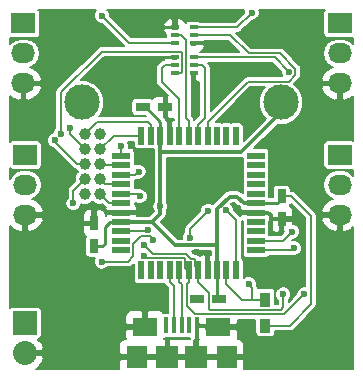
<source format=gtl>
G04 #@! TF.FileFunction,Copper,L1,Top,Signal*
%FSLAX46Y46*%
G04 Gerber Fmt 4.6, Leading zero omitted, Abs format (unit mm)*
G04 Created by KiCad (PCBNEW 4.0.2+dfsg1-stable) date Sat 12 Nov 2016 15:30:03 AEDT*
%MOMM*%
G01*
G04 APERTURE LIST*
%ADD10C,0.100000*%
%ADD11C,0.600000*%
%ADD12R,2.032000X1.727200*%
%ADD13O,2.032000X1.727200*%
%ADD14R,2.032000X2.032000*%
%ADD15O,2.032000X2.032000*%
%ADD16R,0.750000X1.200000*%
%ADD17R,1.200000X0.750000*%
%ADD18R,0.900000X1.200000*%
%ADD19R,0.550000X1.500000*%
%ADD20R,1.500000X0.550000*%
%ADD21R,0.700000X0.300000*%
%ADD22C,3.000000*%
%ADD23R,1.900000X1.900000*%
%ADD24R,1.800000X1.900000*%
%ADD25R,0.400000X1.350000*%
%ADD26R,2.100000X1.600000*%
%ADD27C,1.000000*%
%ADD28C,0.203200*%
%ADD29C,0.304800*%
%ADD30C,0.254000*%
G04 APERTURE END LIST*
D10*
D11*
X198600000Y-104500000D03*
X200950000Y-108550000D03*
X206350000Y-99010000D03*
X210390000Y-101190000D03*
X206660000Y-102190000D03*
X208800000Y-112960000D03*
X205010000Y-102370000D03*
X205270000Y-116690000D03*
X205298000Y-120650000D03*
X197000000Y-106800000D03*
X210250000Y-98230000D03*
X191200000Y-105750000D03*
X209800000Y-103700000D03*
X201200000Y-97150000D03*
X197450000Y-98250000D03*
X197100000Y-125700000D03*
X202350000Y-121200000D03*
X217650000Y-118000000D03*
X201200000Y-101600000D03*
X213750000Y-106700000D03*
X212150000Y-125320000D03*
X193950000Y-115650000D03*
X204650000Y-110050000D03*
D12*
X190750000Y-108450000D03*
D13*
X190750000Y-110990000D03*
X190750000Y-113530000D03*
D14*
X190754000Y-122682000D03*
D15*
X190754000Y-125222000D03*
D16*
X196596000Y-114239000D03*
X196596000Y-116139000D03*
D17*
X202626000Y-104394000D03*
X200726000Y-104394000D03*
X205298000Y-120650000D03*
X207198000Y-120650000D03*
D16*
X212471000Y-113853000D03*
X212471000Y-111953000D03*
D12*
X190600000Y-97300000D03*
D13*
X190600000Y-99840000D03*
X190600000Y-102380000D03*
D12*
X217400000Y-97300000D03*
D13*
X217400000Y-99840000D03*
X217400000Y-102380000D03*
D18*
X211074000Y-122893000D03*
X211074000Y-120693000D03*
D19*
X208597000Y-106822000D03*
X207797000Y-106822000D03*
X206997000Y-106822000D03*
X206197000Y-106822000D03*
X205397000Y-106822000D03*
X204597000Y-106822000D03*
X203797000Y-106822000D03*
X202997000Y-106822000D03*
X202197000Y-106822000D03*
X201397000Y-106822000D03*
X200597000Y-106822000D03*
D20*
X198897000Y-108522000D03*
X198897000Y-109322000D03*
X198897000Y-110122000D03*
X198897000Y-110922000D03*
X198897000Y-111722000D03*
X198897000Y-112522000D03*
X198897000Y-113322000D03*
X198897000Y-114122000D03*
X198897000Y-114922000D03*
X198897000Y-115722000D03*
X198897000Y-116522000D03*
D19*
X200597000Y-118222000D03*
X201397000Y-118222000D03*
X202197000Y-118222000D03*
X202997000Y-118222000D03*
X203797000Y-118222000D03*
X204597000Y-118222000D03*
X205397000Y-118222000D03*
X206197000Y-118222000D03*
X206997000Y-118222000D03*
X207797000Y-118222000D03*
X208597000Y-118222000D03*
D20*
X210297000Y-116522000D03*
X210297000Y-115722000D03*
X210297000Y-114922000D03*
X210297000Y-114122000D03*
X210297000Y-113322000D03*
X210297000Y-112522000D03*
X210297000Y-111722000D03*
X210297000Y-110922000D03*
X210297000Y-110122000D03*
X210297000Y-109322000D03*
X210297000Y-108522000D03*
D21*
X203416000Y-98298000D03*
X205016000Y-98298000D03*
X205016000Y-97648000D03*
X203416000Y-97648000D03*
X205016000Y-98948000D03*
X203416000Y-98948000D03*
X203416000Y-100838000D03*
X205016000Y-100838000D03*
X205016000Y-100188000D03*
X203416000Y-100188000D03*
X205016000Y-101488000D03*
X203416000Y-101488000D03*
D11*
X207700000Y-110300000D03*
D12*
X217400000Y-108450000D03*
D13*
X217400000Y-110990000D03*
X217400000Y-113530000D03*
D22*
X195565000Y-104000000D03*
X212435000Y-104000000D03*
D23*
X202800000Y-125550000D03*
X205200000Y-125550000D03*
D24*
X200200000Y-125550000D03*
X207800000Y-125550000D03*
D25*
X205300000Y-122875000D03*
X202700000Y-122875000D03*
X204650000Y-122875000D03*
X203350000Y-122875000D03*
X204000000Y-122875000D03*
D26*
X207100000Y-123000000D03*
X200900000Y-123000000D03*
D27*
X195834000Y-111760000D03*
X195834000Y-110490000D03*
X195834000Y-109220000D03*
X195834000Y-107950000D03*
X195834000Y-106680000D03*
X197104000Y-111760000D03*
X197104000Y-110490000D03*
X197104000Y-109220000D03*
X197104000Y-107950000D03*
X197104000Y-106680000D03*
D11*
X202197000Y-112776000D03*
X195834000Y-111760000D03*
X213487000Y-116332000D03*
X213360000Y-114935000D03*
X194564000Y-106172000D03*
X198882000Y-107696000D03*
X193252696Y-107214294D03*
X200350000Y-109850000D03*
X200450000Y-111950000D03*
X194835816Y-112539816D03*
X201588024Y-115616638D03*
X204724000Y-115473190D03*
X197231000Y-117475000D03*
X206248000Y-113157000D03*
X207755165Y-113140165D03*
X197231000Y-96647000D03*
X209931000Y-96393000D03*
X193802000Y-106680000D03*
X213080000Y-101400000D03*
X200850000Y-117000000D03*
X214400000Y-120250000D03*
X200850000Y-116100000D03*
X212600000Y-120250000D03*
X209677000Y-119380000D03*
X201168000Y-114762629D03*
D28*
X203416000Y-100188000D02*
X202612000Y-100188000D01*
X202612000Y-100188000D02*
X201200000Y-101600000D01*
D29*
X211590000Y-113560200D02*
X211590000Y-113860000D01*
X211784200Y-113860000D02*
X211590000Y-113860000D01*
X211590000Y-113860000D02*
X211590000Y-115030000D01*
X212471000Y-113853000D02*
X211791200Y-113853000D01*
X211791200Y-113853000D02*
X211784200Y-113860000D01*
X210297000Y-113322000D02*
X211351800Y-113322000D01*
X211351800Y-113322000D02*
X211590000Y-113560200D01*
D28*
X211074000Y-122893000D02*
X213143908Y-122893000D01*
X213143908Y-122893000D02*
X214954001Y-121082907D01*
X214954001Y-121082907D02*
X214954001Y-113608001D01*
X214954001Y-113608001D02*
X213299000Y-111953000D01*
X213299000Y-111953000D02*
X212471000Y-111953000D01*
D29*
X208690200Y-111970000D02*
X208070000Y-111970000D01*
X208070000Y-111970000D02*
X206997000Y-113043000D01*
X210297000Y-112522000D02*
X209242200Y-112522000D01*
X209242200Y-112522000D02*
X208690200Y-111970000D01*
X206997000Y-116078000D02*
X206997000Y-113043000D01*
D30*
X197485000Y-115951000D02*
X197297000Y-116139000D01*
X197297000Y-116139000D02*
X196596000Y-116139000D01*
X197485000Y-114530000D02*
X197485000Y-115951000D01*
X198897000Y-114122000D02*
X197893000Y-114122000D01*
X197893000Y-114122000D02*
X197485000Y-114530000D01*
D29*
X202197000Y-111252000D02*
X202197000Y-112776000D01*
X202197000Y-112776000D02*
X202197000Y-113423000D01*
X202197000Y-108204000D02*
X202197000Y-111252000D01*
X202197000Y-106822000D02*
X202197000Y-108204000D01*
X212435000Y-104000000D02*
X212435000Y-104810358D01*
X212435000Y-104810358D02*
X209041358Y-108204000D01*
X209041358Y-108204000D02*
X202197000Y-108204000D01*
X202197000Y-113423000D02*
X201498000Y-114122000D01*
X203454000Y-116078000D02*
X201498000Y-114122000D01*
X201498000Y-114122000D02*
X198897000Y-114122000D01*
X206997000Y-116078000D02*
X206997000Y-117167200D01*
X206997000Y-116078000D02*
X203454000Y-116078000D01*
X206997000Y-117167200D02*
X206997000Y-118222000D01*
D30*
X202197000Y-106822000D02*
X202197000Y-105640000D01*
X200951000Y-104394000D02*
X200726000Y-104394000D01*
X202197000Y-105640000D02*
X200951000Y-104394000D01*
X212471000Y-111953000D02*
X212471000Y-112141000D01*
X212471000Y-112141000D02*
X212090000Y-112522000D01*
X210297000Y-112522000D02*
X212090000Y-112522000D01*
X206997000Y-118222000D02*
X206997000Y-120449000D01*
X206997000Y-120449000D02*
X207198000Y-120650000D01*
D28*
X210297000Y-116522000D02*
X213297000Y-116522000D01*
X213297000Y-116522000D02*
X213487000Y-116332000D01*
X213360000Y-114935000D02*
X212573000Y-115722000D01*
X212573000Y-115722000D02*
X210297000Y-115722000D01*
X201397000Y-106822000D02*
X201397000Y-105868800D01*
X201397000Y-105868800D02*
X201192200Y-105664000D01*
X201192200Y-105664000D02*
X196850000Y-105664000D01*
X196850000Y-105664000D02*
X196333999Y-106180001D01*
X196333999Y-106180001D02*
X195834000Y-106680000D01*
X200597000Y-106822000D02*
X198232000Y-106822000D01*
X198232000Y-106822000D02*
X197104000Y-107950000D01*
X194564000Y-106172000D02*
X194564000Y-106680000D01*
X194564000Y-106680000D02*
X195834000Y-107950000D01*
X198897000Y-108522000D02*
X198897000Y-107711000D01*
X198897000Y-107711000D02*
X198882000Y-107696000D01*
X198897000Y-109322000D02*
X197206000Y-109322000D01*
X197206000Y-109322000D02*
X197104000Y-109220000D01*
X198897000Y-110122000D02*
X200078000Y-110122000D01*
X200078000Y-110122000D02*
X200350000Y-109850000D01*
X195834000Y-109220000D02*
X195126894Y-109220000D01*
X195126894Y-109220000D02*
X193252696Y-107345802D01*
X193252696Y-107345802D02*
X193252696Y-107214294D01*
X198897000Y-110922000D02*
X197536000Y-110922000D01*
X197536000Y-110922000D02*
X197104000Y-110490000D01*
X198897000Y-111722000D02*
X200222000Y-111722000D01*
X200222000Y-111722000D02*
X200450000Y-111950000D01*
X194835816Y-112539816D02*
X194835816Y-111488184D01*
X194835816Y-111488184D02*
X195834000Y-110490000D01*
X198897000Y-112522000D02*
X197866000Y-112522000D01*
X197866000Y-112522000D02*
X197104000Y-111760000D01*
X197231000Y-117475000D02*
X199426202Y-117475000D01*
X199426202Y-117475000D02*
X199901001Y-117000201D01*
X199901001Y-117000201D02*
X199901001Y-115947999D01*
X199901001Y-115947999D02*
X200532361Y-115316639D01*
X200532361Y-115316639D02*
X201288025Y-115316639D01*
X201288025Y-115316639D02*
X201588024Y-115616638D01*
X204851000Y-114554000D02*
X204724000Y-114681000D01*
X204724000Y-114681000D02*
X204724000Y-115473190D01*
X205486000Y-113919000D02*
X204851000Y-114554000D01*
X206248000Y-113157000D02*
X205486000Y-113919000D01*
X208597000Y-118222000D02*
X208597000Y-113982000D01*
X208597000Y-113982000D02*
X207755165Y-113140165D01*
X203416000Y-98948000D02*
X199532000Y-98948000D01*
X199532000Y-98948000D02*
X197231000Y-96647000D01*
X205016000Y-97648000D02*
X208676000Y-97648000D01*
X208676000Y-97648000D02*
X209931000Y-96393000D01*
X203416000Y-101488000D02*
X203969200Y-101488000D01*
X203969200Y-101488000D02*
X204020001Y-101437199D01*
X204020001Y-101437199D02*
X204020001Y-99753001D01*
X204020001Y-99753001D02*
X203962000Y-99695000D01*
X203962000Y-99695000D02*
X197231000Y-99695000D01*
X197231000Y-99695000D02*
X193802000Y-103124000D01*
X193802000Y-103124000D02*
X193802000Y-106680000D01*
X193802000Y-106426000D02*
X193802000Y-106680000D01*
X205016000Y-100188000D02*
X211868000Y-100188000D01*
X211868000Y-100188000D02*
X213080000Y-101400000D01*
X204597000Y-118222000D02*
X204572000Y-118222000D01*
X204572000Y-118222000D02*
X204326001Y-117976001D01*
X204326001Y-117976001D02*
X204326001Y-117268799D01*
X204326001Y-117268799D02*
X204257202Y-117200000D01*
X204257202Y-117200000D02*
X201050000Y-117200000D01*
X201050000Y-117200000D02*
X200850000Y-117000000D01*
X205161797Y-121945999D02*
X212704001Y-121945999D01*
X212704001Y-121945999D02*
X214400000Y-120250000D01*
X204443999Y-121228201D02*
X205161797Y-121945999D01*
X204443999Y-119328201D02*
X204443999Y-121228201D01*
X204597000Y-118222000D02*
X204597000Y-119175200D01*
X204597000Y-119175200D02*
X204443999Y-119328201D01*
X205075201Y-117217999D02*
X204778109Y-117217999D01*
X204778109Y-117217999D02*
X204404500Y-116844390D01*
X204404500Y-116844390D02*
X201594390Y-116844390D01*
X201594390Y-116844390D02*
X200850000Y-116100000D01*
X205126001Y-117500000D02*
X205126001Y-117268799D01*
X205126001Y-117268799D02*
X205075201Y-117217999D01*
X205126001Y-117650000D02*
X205126001Y-117500000D01*
X205126001Y-117826001D02*
X205126001Y-117650000D01*
X205397000Y-118222000D02*
X205397000Y-118097000D01*
X205397000Y-118097000D02*
X205126001Y-117826001D01*
X205397000Y-118222000D02*
X205397000Y-119175200D01*
X206343999Y-121507999D02*
X206383001Y-121547001D01*
X206383001Y-121547001D02*
X212402999Y-121547001D01*
X205397000Y-119175200D02*
X206343999Y-120122199D01*
X206343999Y-120122199D02*
X206343999Y-121507999D01*
X212402999Y-121547001D02*
X212600000Y-121350000D01*
X212600000Y-121350000D02*
X212600000Y-120250000D01*
X211074000Y-120693000D02*
X209931000Y-120693000D01*
X209931000Y-120693000D02*
X209085000Y-120693000D01*
X209677000Y-119380000D02*
X209976999Y-119679999D01*
X209976999Y-119679999D02*
X209976999Y-120647001D01*
X209976999Y-120647001D02*
X209931000Y-120693000D01*
X209085000Y-120693000D02*
X207797000Y-119405000D01*
X207797000Y-119405000D02*
X207797000Y-118222000D01*
X204470000Y-105410000D02*
X204597000Y-105537000D01*
X203416000Y-98298000D02*
X203969200Y-98298000D01*
X203969200Y-98298000D02*
X204375611Y-98704411D01*
X204375611Y-98704411D02*
X204375611Y-105315611D01*
X204375611Y-105315611D02*
X204470000Y-105410000D01*
X204597000Y-105537000D02*
X204597000Y-106822000D01*
X205016000Y-98298000D02*
X208128000Y-98298000D01*
X208128000Y-98298000D02*
X209662390Y-99832390D01*
X209624001Y-102245999D02*
X206197000Y-105673000D01*
X206197000Y-105673000D02*
X206197000Y-105868800D01*
X209662390Y-99832390D02*
X212332312Y-99832390D01*
X212332312Y-99832390D02*
X213634001Y-101134079D01*
X213634001Y-101134079D02*
X213634001Y-101665921D01*
X213634001Y-101665921D02*
X213053923Y-102245999D01*
X213053923Y-102245999D02*
X209624001Y-102245999D01*
X206197000Y-105868800D02*
X206197000Y-106822000D01*
X203416000Y-100838000D02*
X202552000Y-100838000D01*
X202552000Y-100838000D02*
X202300000Y-101090000D01*
X202300000Y-101090000D02*
X202300000Y-102224000D01*
X203797000Y-105868800D02*
X203797000Y-106822000D01*
X202300000Y-102224000D02*
X203797000Y-103721000D01*
X203797000Y-103721000D02*
X203797000Y-105868800D01*
X205016000Y-100838000D02*
X205740000Y-100838000D01*
X205740000Y-100838000D02*
X205994000Y-101092000D01*
X205994000Y-101092000D02*
X205994000Y-105271800D01*
X205994000Y-105271800D02*
X205397000Y-105868800D01*
X205397000Y-105868800D02*
X205397000Y-106822000D01*
X198897000Y-114922000D02*
X201008629Y-114922000D01*
X201008629Y-114922000D02*
X201168000Y-114762629D01*
X202997000Y-118222000D02*
X202997000Y-119175200D01*
X203350000Y-121996800D02*
X203350000Y-122875000D01*
X202997000Y-119175200D02*
X203350000Y-119528200D01*
X203350000Y-119528200D02*
X203350000Y-121996800D01*
X203797000Y-118222000D02*
X203797000Y-119175200D01*
X203797000Y-119175200D02*
X204000000Y-119378200D01*
X204000000Y-119378200D02*
X204000000Y-121996800D01*
X204000000Y-121996800D02*
X204000000Y-122875000D01*
G36*
X196654013Y-96260741D02*
X196550118Y-96510946D01*
X196549882Y-96781865D01*
X196653339Y-97032252D01*
X196844741Y-97223987D01*
X197094946Y-97327882D01*
X197229499Y-97327999D01*
X199113901Y-99212400D01*
X197231000Y-99212400D01*
X197046317Y-99249136D01*
X196889750Y-99353750D01*
X193460750Y-102782750D01*
X193356136Y-102939317D01*
X193319400Y-103124000D01*
X193319400Y-106199518D01*
X193225013Y-106293741D01*
X193125587Y-106533183D01*
X193117831Y-106533176D01*
X192867444Y-106636633D01*
X192675709Y-106828035D01*
X192571814Y-107078240D01*
X192571578Y-107349159D01*
X192675035Y-107599546D01*
X192866437Y-107791281D01*
X193116642Y-107895176D01*
X193119573Y-107895179D01*
X194785644Y-109561250D01*
X194942211Y-109665864D01*
X195075978Y-109692472D01*
X195086689Y-109718395D01*
X195223077Y-109855021D01*
X195087560Y-109990302D01*
X194953153Y-110313989D01*
X194952847Y-110664473D01*
X194959917Y-110681584D01*
X194494566Y-111146934D01*
X194389952Y-111303501D01*
X194353216Y-111488184D01*
X194353216Y-112059334D01*
X194258829Y-112153557D01*
X194154934Y-112403762D01*
X194154698Y-112674681D01*
X194258155Y-112925068D01*
X194449557Y-113116803D01*
X194699762Y-113220698D01*
X194970681Y-113220934D01*
X195221068Y-113117477D01*
X195412803Y-112926075D01*
X195516698Y-112675870D01*
X195516780Y-112582212D01*
X195657989Y-112640847D01*
X196008473Y-112641153D01*
X196332395Y-112507311D01*
X196469021Y-112370923D01*
X196604302Y-112506440D01*
X196927989Y-112640847D01*
X197278473Y-112641153D01*
X197295583Y-112634083D01*
X197524750Y-112863250D01*
X197554932Y-112883417D01*
X197537400Y-112925743D01*
X197537400Y-113032100D01*
X197689800Y-113184500D01*
X198142240Y-113184500D01*
X198147000Y-113185464D01*
X199647000Y-113185464D01*
X199652123Y-113184500D01*
X200104200Y-113184500D01*
X200256600Y-113032100D01*
X200256600Y-112925743D01*
X200163794Y-112701689D01*
X200035464Y-112573359D01*
X200035464Y-112498661D01*
X200063741Y-112526987D01*
X200313946Y-112630882D01*
X200584865Y-112631118D01*
X200835252Y-112527661D01*
X201026987Y-112336259D01*
X201130882Y-112086054D01*
X201131118Y-111815135D01*
X201027661Y-111564748D01*
X200836259Y-111373013D01*
X200586054Y-111269118D01*
X200370457Y-111268930D01*
X200222000Y-111239400D01*
X200026878Y-111239400D01*
X200035464Y-111197000D01*
X200035464Y-110647000D01*
X200027486Y-110604600D01*
X200078000Y-110604600D01*
X200262683Y-110567864D01*
X200317895Y-110530973D01*
X200484865Y-110531118D01*
X200735252Y-110427661D01*
X200926987Y-110236259D01*
X201030882Y-109986054D01*
X201031118Y-109715135D01*
X200927661Y-109464748D01*
X200736259Y-109273013D01*
X200486054Y-109169118D01*
X200215135Y-109168882D01*
X200035464Y-109243120D01*
X200035464Y-109047000D01*
X200011080Y-108917412D01*
X200035464Y-108797000D01*
X200035464Y-108247000D01*
X200008897Y-108105810D01*
X199925454Y-107976135D01*
X199798134Y-107889141D01*
X199647000Y-107858536D01*
X199551886Y-107858536D01*
X199562882Y-107832054D01*
X199563118Y-107561135D01*
X199459661Y-107310748D01*
X199453524Y-107304600D01*
X199933536Y-107304600D01*
X199933536Y-107572000D01*
X199960103Y-107713190D01*
X200043546Y-107842865D01*
X200170866Y-107929859D01*
X200322000Y-107960464D01*
X200872000Y-107960464D01*
X201001588Y-107936080D01*
X201122000Y-107960464D01*
X201663600Y-107960464D01*
X201663600Y-112346230D01*
X201620013Y-112389741D01*
X201516118Y-112639946D01*
X201515882Y-112910865D01*
X201619339Y-113161252D01*
X201661836Y-113203822D01*
X201277058Y-113588600D01*
X200233300Y-113588600D01*
X200104200Y-113459500D01*
X199651760Y-113459500D01*
X199647000Y-113458536D01*
X198147000Y-113458536D01*
X198141877Y-113459500D01*
X197689800Y-113459500D01*
X197580600Y-113568700D01*
X197580600Y-113517743D01*
X197487794Y-113293689D01*
X197316311Y-113122206D01*
X197092257Y-113029400D01*
X196900800Y-113029400D01*
X196748400Y-113181800D01*
X196748400Y-114086600D01*
X196768400Y-114086600D01*
X196768400Y-114391400D01*
X196748400Y-114391400D01*
X196748400Y-114411400D01*
X196443600Y-114411400D01*
X196443600Y-114391400D01*
X195763800Y-114391400D01*
X195611400Y-114543800D01*
X195611400Y-114960257D01*
X195704206Y-115184311D01*
X195875689Y-115355794D01*
X195882989Y-115358818D01*
X195863141Y-115387866D01*
X195832536Y-115539000D01*
X195832536Y-116739000D01*
X195859103Y-116880190D01*
X195942546Y-117009865D01*
X196069866Y-117096859D01*
X196221000Y-117127464D01*
X196637934Y-117127464D01*
X196550118Y-117338946D01*
X196549882Y-117609865D01*
X196653339Y-117860252D01*
X196844741Y-118051987D01*
X197094946Y-118155882D01*
X197365865Y-118156118D01*
X197616252Y-118052661D01*
X197711478Y-117957600D01*
X199426202Y-117957600D01*
X199610885Y-117920864D01*
X199767452Y-117816250D01*
X199933536Y-117650166D01*
X199933536Y-118972000D01*
X199960103Y-119113190D01*
X200043546Y-119242865D01*
X200170866Y-119329859D01*
X200322000Y-119360464D01*
X200872000Y-119360464D01*
X201001588Y-119336080D01*
X201122000Y-119360464D01*
X201672000Y-119360464D01*
X201801588Y-119336080D01*
X201922000Y-119360464D01*
X202472000Y-119360464D01*
X202548392Y-119346090D01*
X202551136Y-119359883D01*
X202655750Y-119516450D01*
X202867400Y-119728099D01*
X202867400Y-121811536D01*
X202500000Y-121811536D01*
X202435734Y-121823629D01*
X202295311Y-121683206D01*
X202071257Y-121590400D01*
X201204800Y-121590400D01*
X201052400Y-121742800D01*
X201052400Y-122847600D01*
X201072400Y-122847600D01*
X201072400Y-123152400D01*
X201052400Y-123152400D01*
X201052400Y-123172400D01*
X200747600Y-123172400D01*
X200747600Y-123152400D01*
X199392800Y-123152400D01*
X199240400Y-123304800D01*
X199240400Y-123921257D01*
X199269040Y-123990400D01*
X199178743Y-123990400D01*
X198954689Y-124083206D01*
X198783206Y-124254689D01*
X198690400Y-124478743D01*
X198690400Y-125245200D01*
X198842800Y-125397600D01*
X200047600Y-125397600D01*
X200047600Y-125377600D01*
X200352400Y-125377600D01*
X200352400Y-125397600D01*
X202647600Y-125397600D01*
X202647600Y-124142800D01*
X202520486Y-124015686D01*
X202552473Y-123938464D01*
X202900000Y-123938464D01*
X203029588Y-123914080D01*
X203150000Y-123938464D01*
X203550000Y-123938464D01*
X203679588Y-123914080D01*
X203800000Y-123938464D01*
X204200000Y-123938464D01*
X204329588Y-123914080D01*
X204450000Y-123938464D01*
X204626359Y-123938464D01*
X204678295Y-123990400D01*
X204128743Y-123990400D01*
X204000000Y-124043727D01*
X203871257Y-123990400D01*
X203104800Y-123990400D01*
X202952400Y-124142800D01*
X202952400Y-125397600D01*
X205047600Y-125397600D01*
X205047600Y-124159600D01*
X205064400Y-124142800D01*
X205352400Y-124142800D01*
X205352400Y-125397600D01*
X207647600Y-125397600D01*
X207647600Y-125377600D01*
X207952400Y-125377600D01*
X207952400Y-125397600D01*
X209157200Y-125397600D01*
X209309600Y-125245200D01*
X209309600Y-124478743D01*
X209216794Y-124254689D01*
X209045311Y-124083206D01*
X208821257Y-123990400D01*
X208730960Y-123990400D01*
X208759600Y-123921257D01*
X208759600Y-123304800D01*
X208607200Y-123152400D01*
X207252400Y-123152400D01*
X207252400Y-123172400D01*
X206947600Y-123172400D01*
X206947600Y-123152400D01*
X206082200Y-123152400D01*
X205957200Y-123027400D01*
X205400000Y-123027400D01*
X205400000Y-124007200D01*
X205444000Y-124051200D01*
X205352400Y-124142800D01*
X205064400Y-124142800D01*
X205200000Y-124007200D01*
X205200000Y-123712636D01*
X205207859Y-123701134D01*
X205238464Y-123550000D01*
X205238464Y-122702600D01*
X205400000Y-122702600D01*
X205400000Y-122722600D01*
X205467800Y-122722600D01*
X205592800Y-122847600D01*
X206947600Y-122847600D01*
X206947600Y-122827600D01*
X207252400Y-122827600D01*
X207252400Y-122847600D01*
X208607200Y-122847600D01*
X208759600Y-122695200D01*
X208759600Y-122428599D01*
X210235536Y-122428599D01*
X210235536Y-123493000D01*
X210262103Y-123634190D01*
X210345546Y-123763865D01*
X210472866Y-123850859D01*
X210624000Y-123881464D01*
X211524000Y-123881464D01*
X211665190Y-123854897D01*
X211794865Y-123771454D01*
X211881859Y-123644134D01*
X211912464Y-123493000D01*
X211912464Y-123375600D01*
X213143908Y-123375600D01*
X213328591Y-123338864D01*
X213485158Y-123234250D01*
X215295251Y-121424157D01*
X215399865Y-121267590D01*
X215436601Y-121082907D01*
X215436601Y-113909746D01*
X215824185Y-113909746D01*
X216055757Y-114395925D01*
X216477856Y-114786109D01*
X217017141Y-114985062D01*
X217247600Y-114850800D01*
X217247600Y-113682400D01*
X215935622Y-113682400D01*
X215824185Y-113909746D01*
X215436601Y-113909746D01*
X215436601Y-113608001D01*
X215399865Y-113423318D01*
X215295251Y-113266751D01*
X213640250Y-111611750D01*
X213483683Y-111507136D01*
X213299000Y-111470400D01*
X213234464Y-111470400D01*
X213234464Y-111353000D01*
X213207897Y-111211810D01*
X213124454Y-111082135D01*
X212997134Y-110995141D01*
X212846000Y-110964536D01*
X212096000Y-110964536D01*
X211954810Y-110991103D01*
X211825135Y-111074546D01*
X211738141Y-111201866D01*
X211707536Y-111353000D01*
X211707536Y-112014000D01*
X211432021Y-112014000D01*
X211435464Y-111997000D01*
X211435464Y-111447000D01*
X211411080Y-111317412D01*
X211435464Y-111197000D01*
X211435464Y-110647000D01*
X211411080Y-110517412D01*
X211435464Y-110397000D01*
X211435464Y-109847000D01*
X211411080Y-109717412D01*
X211435464Y-109597000D01*
X211435464Y-109047000D01*
X211411080Y-108917412D01*
X211435464Y-108797000D01*
X211435464Y-108247000D01*
X211408897Y-108105810D01*
X211325454Y-107976135D01*
X211198134Y-107889141D01*
X211047000Y-107858536D01*
X210141164Y-107858536D01*
X212118974Y-105880725D01*
X212807513Y-105881326D01*
X213499109Y-105595564D01*
X214028704Y-105066892D01*
X214315673Y-104375796D01*
X214316326Y-103627487D01*
X214030564Y-102935891D01*
X213854727Y-102759746D01*
X215824185Y-102759746D01*
X216055757Y-103245925D01*
X216477856Y-103636109D01*
X217017141Y-103835062D01*
X217247600Y-103700800D01*
X217247600Y-102532400D01*
X215935622Y-102532400D01*
X215824185Y-102759746D01*
X213854727Y-102759746D01*
X213538977Y-102443445D01*
X213975251Y-102007171D01*
X214079865Y-101850604D01*
X214116601Y-101665921D01*
X214116601Y-101134079D01*
X214079865Y-100949396D01*
X213975251Y-100792829D01*
X212673562Y-99491140D01*
X212516995Y-99386526D01*
X212332312Y-99349790D01*
X209862290Y-99349790D01*
X208643100Y-98130600D01*
X208676000Y-98130600D01*
X208860683Y-98093864D01*
X209017250Y-97989250D01*
X209932498Y-97074002D01*
X210065865Y-97074118D01*
X210316252Y-96970661D01*
X210507987Y-96779259D01*
X210611882Y-96529054D01*
X210612118Y-96258135D01*
X210569917Y-96156000D01*
X216116159Y-96156000D01*
X216113135Y-96157946D01*
X216026141Y-96285266D01*
X215995536Y-96436400D01*
X215995536Y-98163600D01*
X216022103Y-98304790D01*
X216105546Y-98434465D01*
X216232866Y-98521459D01*
X216384000Y-98552064D01*
X218416000Y-98552064D01*
X218544000Y-98527979D01*
X218544000Y-99085898D01*
X218459834Y-98959935D01*
X218056057Y-98690140D01*
X217579769Y-98595400D01*
X217220231Y-98595400D01*
X216743943Y-98690140D01*
X216340166Y-98959935D01*
X216070371Y-99363712D01*
X215975631Y-99840000D01*
X216070371Y-100316288D01*
X216340166Y-100720065D01*
X216743943Y-100989860D01*
X216807106Y-101002424D01*
X216477856Y-101123891D01*
X216055757Y-101514075D01*
X215824185Y-102000254D01*
X215935622Y-102227600D01*
X217247600Y-102227600D01*
X217247600Y-102207600D01*
X217552400Y-102207600D01*
X217552400Y-102227600D01*
X217572400Y-102227600D01*
X217572400Y-102532400D01*
X217552400Y-102532400D01*
X217552400Y-103700800D01*
X217782859Y-103835062D01*
X218322144Y-103636109D01*
X218544000Y-103431028D01*
X218544000Y-107223856D01*
X218416000Y-107197936D01*
X216384000Y-107197936D01*
X216242810Y-107224503D01*
X216113135Y-107307946D01*
X216026141Y-107435266D01*
X215995536Y-107586400D01*
X215995536Y-109313600D01*
X216022103Y-109454790D01*
X216105546Y-109584465D01*
X216232866Y-109671459D01*
X216384000Y-109702064D01*
X218416000Y-109702064D01*
X218544000Y-109677979D01*
X218544000Y-110235898D01*
X218459834Y-110109935D01*
X218056057Y-109840140D01*
X217579769Y-109745400D01*
X217220231Y-109745400D01*
X216743943Y-109840140D01*
X216340166Y-110109935D01*
X216070371Y-110513712D01*
X215975631Y-110990000D01*
X216070371Y-111466288D01*
X216340166Y-111870065D01*
X216743943Y-112139860D01*
X216807106Y-112152424D01*
X216477856Y-112273891D01*
X216055757Y-112664075D01*
X215824185Y-113150254D01*
X215935622Y-113377600D01*
X217247600Y-113377600D01*
X217247600Y-113357600D01*
X217552400Y-113357600D01*
X217552400Y-113377600D01*
X217572400Y-113377600D01*
X217572400Y-113682400D01*
X217552400Y-113682400D01*
X217552400Y-114850800D01*
X217782859Y-114985062D01*
X218322144Y-114786109D01*
X218544000Y-114581028D01*
X218544000Y-126544000D01*
X209309600Y-126544000D01*
X209309600Y-125854800D01*
X209157200Y-125702400D01*
X207952400Y-125702400D01*
X207952400Y-125722400D01*
X207647600Y-125722400D01*
X207647600Y-125702400D01*
X205352400Y-125702400D01*
X205352400Y-125722400D01*
X205047600Y-125722400D01*
X205047600Y-125702400D01*
X202952400Y-125702400D01*
X202952400Y-125722400D01*
X202647600Y-125722400D01*
X202647600Y-125702400D01*
X200352400Y-125702400D01*
X200352400Y-125722400D01*
X200047600Y-125722400D01*
X200047600Y-125702400D01*
X198842800Y-125702400D01*
X198690400Y-125854800D01*
X198690400Y-126544000D01*
X191684407Y-126544000D01*
X191729581Y-126522328D01*
X192152933Y-126050008D01*
X192328674Y-125625703D01*
X192219296Y-125374400D01*
X190906400Y-125374400D01*
X190906400Y-125394400D01*
X190601600Y-125394400D01*
X190601600Y-125374400D01*
X190581600Y-125374400D01*
X190581600Y-125069600D01*
X190601600Y-125069600D01*
X190601600Y-125049600D01*
X190906400Y-125049600D01*
X190906400Y-125069600D01*
X192219296Y-125069600D01*
X192328674Y-124818297D01*
X192152933Y-124393992D01*
X191861805Y-124069190D01*
X191911190Y-124059897D01*
X192040865Y-123976454D01*
X192127859Y-123849134D01*
X192158464Y-123698000D01*
X192158464Y-122078743D01*
X199240400Y-122078743D01*
X199240400Y-122695200D01*
X199392800Y-122847600D01*
X200747600Y-122847600D01*
X200747600Y-121742800D01*
X200595200Y-121590400D01*
X199728743Y-121590400D01*
X199504689Y-121683206D01*
X199333206Y-121854689D01*
X199240400Y-122078743D01*
X192158464Y-122078743D01*
X192158464Y-121666000D01*
X192131897Y-121524810D01*
X192048454Y-121395135D01*
X191921134Y-121308141D01*
X191770000Y-121277536D01*
X189738000Y-121277536D01*
X189596810Y-121304103D01*
X189467135Y-121387546D01*
X189456000Y-121403843D01*
X189456000Y-114442369D01*
X189827856Y-114786109D01*
X190367141Y-114985062D01*
X190597600Y-114850800D01*
X190597600Y-113682400D01*
X190902400Y-113682400D01*
X190902400Y-114850800D01*
X191132859Y-114985062D01*
X191672144Y-114786109D01*
X192094243Y-114395925D01*
X192325815Y-113909746D01*
X192214378Y-113682400D01*
X190902400Y-113682400D01*
X190597600Y-113682400D01*
X190577600Y-113682400D01*
X190577600Y-113517743D01*
X195611400Y-113517743D01*
X195611400Y-113934200D01*
X195763800Y-114086600D01*
X196443600Y-114086600D01*
X196443600Y-113181800D01*
X196291200Y-113029400D01*
X196099743Y-113029400D01*
X195875689Y-113122206D01*
X195704206Y-113293689D01*
X195611400Y-113517743D01*
X190577600Y-113517743D01*
X190577600Y-113377600D01*
X190597600Y-113377600D01*
X190597600Y-113357600D01*
X190902400Y-113357600D01*
X190902400Y-113377600D01*
X192214378Y-113377600D01*
X192325815Y-113150254D01*
X192094243Y-112664075D01*
X191672144Y-112273891D01*
X191342894Y-112152424D01*
X191406057Y-112139860D01*
X191809834Y-111870065D01*
X192079629Y-111466288D01*
X192174369Y-110990000D01*
X192079629Y-110513712D01*
X191809834Y-110109935D01*
X191406057Y-109840140D01*
X190929769Y-109745400D01*
X190570231Y-109745400D01*
X190093943Y-109840140D01*
X189690166Y-110109935D01*
X189456000Y-110460389D01*
X189456000Y-109584775D01*
X189582866Y-109671459D01*
X189734000Y-109702064D01*
X191766000Y-109702064D01*
X191907190Y-109675497D01*
X192036865Y-109592054D01*
X192123859Y-109464734D01*
X192154464Y-109313600D01*
X192154464Y-107586400D01*
X192127897Y-107445210D01*
X192044454Y-107315535D01*
X191917134Y-107228541D01*
X191766000Y-107197936D01*
X189734000Y-107197936D01*
X189592810Y-107224503D01*
X189463135Y-107307946D01*
X189456000Y-107318388D01*
X189456000Y-103431028D01*
X189677856Y-103636109D01*
X190217141Y-103835062D01*
X190447600Y-103700800D01*
X190447600Y-102532400D01*
X190752400Y-102532400D01*
X190752400Y-103700800D01*
X190982859Y-103835062D01*
X191522144Y-103636109D01*
X191944243Y-103245925D01*
X192175815Y-102759746D01*
X192064378Y-102532400D01*
X190752400Y-102532400D01*
X190447600Y-102532400D01*
X190427600Y-102532400D01*
X190427600Y-102227600D01*
X190447600Y-102227600D01*
X190447600Y-102207600D01*
X190752400Y-102207600D01*
X190752400Y-102227600D01*
X192064378Y-102227600D01*
X192175815Y-102000254D01*
X191944243Y-101514075D01*
X191522144Y-101123891D01*
X191192894Y-101002424D01*
X191256057Y-100989860D01*
X191659834Y-100720065D01*
X191929629Y-100316288D01*
X192024369Y-99840000D01*
X191929629Y-99363712D01*
X191659834Y-98959935D01*
X191256057Y-98690140D01*
X190779769Y-98595400D01*
X190420231Y-98595400D01*
X189943943Y-98690140D01*
X189540166Y-98959935D01*
X189456000Y-99085898D01*
X189456000Y-98526144D01*
X189584000Y-98552064D01*
X191616000Y-98552064D01*
X191757190Y-98525497D01*
X191886865Y-98442054D01*
X191973859Y-98314734D01*
X192004464Y-98163600D01*
X192004464Y-96436400D01*
X191977897Y-96295210D01*
X191894454Y-96165535D01*
X191880499Y-96156000D01*
X196758936Y-96156000D01*
X196654013Y-96260741D01*
X196654013Y-96260741D01*
G37*
X196654013Y-96260741D02*
X196550118Y-96510946D01*
X196549882Y-96781865D01*
X196653339Y-97032252D01*
X196844741Y-97223987D01*
X197094946Y-97327882D01*
X197229499Y-97327999D01*
X199113901Y-99212400D01*
X197231000Y-99212400D01*
X197046317Y-99249136D01*
X196889750Y-99353750D01*
X193460750Y-102782750D01*
X193356136Y-102939317D01*
X193319400Y-103124000D01*
X193319400Y-106199518D01*
X193225013Y-106293741D01*
X193125587Y-106533183D01*
X193117831Y-106533176D01*
X192867444Y-106636633D01*
X192675709Y-106828035D01*
X192571814Y-107078240D01*
X192571578Y-107349159D01*
X192675035Y-107599546D01*
X192866437Y-107791281D01*
X193116642Y-107895176D01*
X193119573Y-107895179D01*
X194785644Y-109561250D01*
X194942211Y-109665864D01*
X195075978Y-109692472D01*
X195086689Y-109718395D01*
X195223077Y-109855021D01*
X195087560Y-109990302D01*
X194953153Y-110313989D01*
X194952847Y-110664473D01*
X194959917Y-110681584D01*
X194494566Y-111146934D01*
X194389952Y-111303501D01*
X194353216Y-111488184D01*
X194353216Y-112059334D01*
X194258829Y-112153557D01*
X194154934Y-112403762D01*
X194154698Y-112674681D01*
X194258155Y-112925068D01*
X194449557Y-113116803D01*
X194699762Y-113220698D01*
X194970681Y-113220934D01*
X195221068Y-113117477D01*
X195412803Y-112926075D01*
X195516698Y-112675870D01*
X195516780Y-112582212D01*
X195657989Y-112640847D01*
X196008473Y-112641153D01*
X196332395Y-112507311D01*
X196469021Y-112370923D01*
X196604302Y-112506440D01*
X196927989Y-112640847D01*
X197278473Y-112641153D01*
X197295583Y-112634083D01*
X197524750Y-112863250D01*
X197554932Y-112883417D01*
X197537400Y-112925743D01*
X197537400Y-113032100D01*
X197689800Y-113184500D01*
X198142240Y-113184500D01*
X198147000Y-113185464D01*
X199647000Y-113185464D01*
X199652123Y-113184500D01*
X200104200Y-113184500D01*
X200256600Y-113032100D01*
X200256600Y-112925743D01*
X200163794Y-112701689D01*
X200035464Y-112573359D01*
X200035464Y-112498661D01*
X200063741Y-112526987D01*
X200313946Y-112630882D01*
X200584865Y-112631118D01*
X200835252Y-112527661D01*
X201026987Y-112336259D01*
X201130882Y-112086054D01*
X201131118Y-111815135D01*
X201027661Y-111564748D01*
X200836259Y-111373013D01*
X200586054Y-111269118D01*
X200370457Y-111268930D01*
X200222000Y-111239400D01*
X200026878Y-111239400D01*
X200035464Y-111197000D01*
X200035464Y-110647000D01*
X200027486Y-110604600D01*
X200078000Y-110604600D01*
X200262683Y-110567864D01*
X200317895Y-110530973D01*
X200484865Y-110531118D01*
X200735252Y-110427661D01*
X200926987Y-110236259D01*
X201030882Y-109986054D01*
X201031118Y-109715135D01*
X200927661Y-109464748D01*
X200736259Y-109273013D01*
X200486054Y-109169118D01*
X200215135Y-109168882D01*
X200035464Y-109243120D01*
X200035464Y-109047000D01*
X200011080Y-108917412D01*
X200035464Y-108797000D01*
X200035464Y-108247000D01*
X200008897Y-108105810D01*
X199925454Y-107976135D01*
X199798134Y-107889141D01*
X199647000Y-107858536D01*
X199551886Y-107858536D01*
X199562882Y-107832054D01*
X199563118Y-107561135D01*
X199459661Y-107310748D01*
X199453524Y-107304600D01*
X199933536Y-107304600D01*
X199933536Y-107572000D01*
X199960103Y-107713190D01*
X200043546Y-107842865D01*
X200170866Y-107929859D01*
X200322000Y-107960464D01*
X200872000Y-107960464D01*
X201001588Y-107936080D01*
X201122000Y-107960464D01*
X201663600Y-107960464D01*
X201663600Y-112346230D01*
X201620013Y-112389741D01*
X201516118Y-112639946D01*
X201515882Y-112910865D01*
X201619339Y-113161252D01*
X201661836Y-113203822D01*
X201277058Y-113588600D01*
X200233300Y-113588600D01*
X200104200Y-113459500D01*
X199651760Y-113459500D01*
X199647000Y-113458536D01*
X198147000Y-113458536D01*
X198141877Y-113459500D01*
X197689800Y-113459500D01*
X197580600Y-113568700D01*
X197580600Y-113517743D01*
X197487794Y-113293689D01*
X197316311Y-113122206D01*
X197092257Y-113029400D01*
X196900800Y-113029400D01*
X196748400Y-113181800D01*
X196748400Y-114086600D01*
X196768400Y-114086600D01*
X196768400Y-114391400D01*
X196748400Y-114391400D01*
X196748400Y-114411400D01*
X196443600Y-114411400D01*
X196443600Y-114391400D01*
X195763800Y-114391400D01*
X195611400Y-114543800D01*
X195611400Y-114960257D01*
X195704206Y-115184311D01*
X195875689Y-115355794D01*
X195882989Y-115358818D01*
X195863141Y-115387866D01*
X195832536Y-115539000D01*
X195832536Y-116739000D01*
X195859103Y-116880190D01*
X195942546Y-117009865D01*
X196069866Y-117096859D01*
X196221000Y-117127464D01*
X196637934Y-117127464D01*
X196550118Y-117338946D01*
X196549882Y-117609865D01*
X196653339Y-117860252D01*
X196844741Y-118051987D01*
X197094946Y-118155882D01*
X197365865Y-118156118D01*
X197616252Y-118052661D01*
X197711478Y-117957600D01*
X199426202Y-117957600D01*
X199610885Y-117920864D01*
X199767452Y-117816250D01*
X199933536Y-117650166D01*
X199933536Y-118972000D01*
X199960103Y-119113190D01*
X200043546Y-119242865D01*
X200170866Y-119329859D01*
X200322000Y-119360464D01*
X200872000Y-119360464D01*
X201001588Y-119336080D01*
X201122000Y-119360464D01*
X201672000Y-119360464D01*
X201801588Y-119336080D01*
X201922000Y-119360464D01*
X202472000Y-119360464D01*
X202548392Y-119346090D01*
X202551136Y-119359883D01*
X202655750Y-119516450D01*
X202867400Y-119728099D01*
X202867400Y-121811536D01*
X202500000Y-121811536D01*
X202435734Y-121823629D01*
X202295311Y-121683206D01*
X202071257Y-121590400D01*
X201204800Y-121590400D01*
X201052400Y-121742800D01*
X201052400Y-122847600D01*
X201072400Y-122847600D01*
X201072400Y-123152400D01*
X201052400Y-123152400D01*
X201052400Y-123172400D01*
X200747600Y-123172400D01*
X200747600Y-123152400D01*
X199392800Y-123152400D01*
X199240400Y-123304800D01*
X199240400Y-123921257D01*
X199269040Y-123990400D01*
X199178743Y-123990400D01*
X198954689Y-124083206D01*
X198783206Y-124254689D01*
X198690400Y-124478743D01*
X198690400Y-125245200D01*
X198842800Y-125397600D01*
X200047600Y-125397600D01*
X200047600Y-125377600D01*
X200352400Y-125377600D01*
X200352400Y-125397600D01*
X202647600Y-125397600D01*
X202647600Y-124142800D01*
X202520486Y-124015686D01*
X202552473Y-123938464D01*
X202900000Y-123938464D01*
X203029588Y-123914080D01*
X203150000Y-123938464D01*
X203550000Y-123938464D01*
X203679588Y-123914080D01*
X203800000Y-123938464D01*
X204200000Y-123938464D01*
X204329588Y-123914080D01*
X204450000Y-123938464D01*
X204626359Y-123938464D01*
X204678295Y-123990400D01*
X204128743Y-123990400D01*
X204000000Y-124043727D01*
X203871257Y-123990400D01*
X203104800Y-123990400D01*
X202952400Y-124142800D01*
X202952400Y-125397600D01*
X205047600Y-125397600D01*
X205047600Y-124159600D01*
X205064400Y-124142800D01*
X205352400Y-124142800D01*
X205352400Y-125397600D01*
X207647600Y-125397600D01*
X207647600Y-125377600D01*
X207952400Y-125377600D01*
X207952400Y-125397600D01*
X209157200Y-125397600D01*
X209309600Y-125245200D01*
X209309600Y-124478743D01*
X209216794Y-124254689D01*
X209045311Y-124083206D01*
X208821257Y-123990400D01*
X208730960Y-123990400D01*
X208759600Y-123921257D01*
X208759600Y-123304800D01*
X208607200Y-123152400D01*
X207252400Y-123152400D01*
X207252400Y-123172400D01*
X206947600Y-123172400D01*
X206947600Y-123152400D01*
X206082200Y-123152400D01*
X205957200Y-123027400D01*
X205400000Y-123027400D01*
X205400000Y-124007200D01*
X205444000Y-124051200D01*
X205352400Y-124142800D01*
X205064400Y-124142800D01*
X205200000Y-124007200D01*
X205200000Y-123712636D01*
X205207859Y-123701134D01*
X205238464Y-123550000D01*
X205238464Y-122702600D01*
X205400000Y-122702600D01*
X205400000Y-122722600D01*
X205467800Y-122722600D01*
X205592800Y-122847600D01*
X206947600Y-122847600D01*
X206947600Y-122827600D01*
X207252400Y-122827600D01*
X207252400Y-122847600D01*
X208607200Y-122847600D01*
X208759600Y-122695200D01*
X208759600Y-122428599D01*
X210235536Y-122428599D01*
X210235536Y-123493000D01*
X210262103Y-123634190D01*
X210345546Y-123763865D01*
X210472866Y-123850859D01*
X210624000Y-123881464D01*
X211524000Y-123881464D01*
X211665190Y-123854897D01*
X211794865Y-123771454D01*
X211881859Y-123644134D01*
X211912464Y-123493000D01*
X211912464Y-123375600D01*
X213143908Y-123375600D01*
X213328591Y-123338864D01*
X213485158Y-123234250D01*
X215295251Y-121424157D01*
X215399865Y-121267590D01*
X215436601Y-121082907D01*
X215436601Y-113909746D01*
X215824185Y-113909746D01*
X216055757Y-114395925D01*
X216477856Y-114786109D01*
X217017141Y-114985062D01*
X217247600Y-114850800D01*
X217247600Y-113682400D01*
X215935622Y-113682400D01*
X215824185Y-113909746D01*
X215436601Y-113909746D01*
X215436601Y-113608001D01*
X215399865Y-113423318D01*
X215295251Y-113266751D01*
X213640250Y-111611750D01*
X213483683Y-111507136D01*
X213299000Y-111470400D01*
X213234464Y-111470400D01*
X213234464Y-111353000D01*
X213207897Y-111211810D01*
X213124454Y-111082135D01*
X212997134Y-110995141D01*
X212846000Y-110964536D01*
X212096000Y-110964536D01*
X211954810Y-110991103D01*
X211825135Y-111074546D01*
X211738141Y-111201866D01*
X211707536Y-111353000D01*
X211707536Y-112014000D01*
X211432021Y-112014000D01*
X211435464Y-111997000D01*
X211435464Y-111447000D01*
X211411080Y-111317412D01*
X211435464Y-111197000D01*
X211435464Y-110647000D01*
X211411080Y-110517412D01*
X211435464Y-110397000D01*
X211435464Y-109847000D01*
X211411080Y-109717412D01*
X211435464Y-109597000D01*
X211435464Y-109047000D01*
X211411080Y-108917412D01*
X211435464Y-108797000D01*
X211435464Y-108247000D01*
X211408897Y-108105810D01*
X211325454Y-107976135D01*
X211198134Y-107889141D01*
X211047000Y-107858536D01*
X210141164Y-107858536D01*
X212118974Y-105880725D01*
X212807513Y-105881326D01*
X213499109Y-105595564D01*
X214028704Y-105066892D01*
X214315673Y-104375796D01*
X214316326Y-103627487D01*
X214030564Y-102935891D01*
X213854727Y-102759746D01*
X215824185Y-102759746D01*
X216055757Y-103245925D01*
X216477856Y-103636109D01*
X217017141Y-103835062D01*
X217247600Y-103700800D01*
X217247600Y-102532400D01*
X215935622Y-102532400D01*
X215824185Y-102759746D01*
X213854727Y-102759746D01*
X213538977Y-102443445D01*
X213975251Y-102007171D01*
X214079865Y-101850604D01*
X214116601Y-101665921D01*
X214116601Y-101134079D01*
X214079865Y-100949396D01*
X213975251Y-100792829D01*
X212673562Y-99491140D01*
X212516995Y-99386526D01*
X212332312Y-99349790D01*
X209862290Y-99349790D01*
X208643100Y-98130600D01*
X208676000Y-98130600D01*
X208860683Y-98093864D01*
X209017250Y-97989250D01*
X209932498Y-97074002D01*
X210065865Y-97074118D01*
X210316252Y-96970661D01*
X210507987Y-96779259D01*
X210611882Y-96529054D01*
X210612118Y-96258135D01*
X210569917Y-96156000D01*
X216116159Y-96156000D01*
X216113135Y-96157946D01*
X216026141Y-96285266D01*
X215995536Y-96436400D01*
X215995536Y-98163600D01*
X216022103Y-98304790D01*
X216105546Y-98434465D01*
X216232866Y-98521459D01*
X216384000Y-98552064D01*
X218416000Y-98552064D01*
X218544000Y-98527979D01*
X218544000Y-99085898D01*
X218459834Y-98959935D01*
X218056057Y-98690140D01*
X217579769Y-98595400D01*
X217220231Y-98595400D01*
X216743943Y-98690140D01*
X216340166Y-98959935D01*
X216070371Y-99363712D01*
X215975631Y-99840000D01*
X216070371Y-100316288D01*
X216340166Y-100720065D01*
X216743943Y-100989860D01*
X216807106Y-101002424D01*
X216477856Y-101123891D01*
X216055757Y-101514075D01*
X215824185Y-102000254D01*
X215935622Y-102227600D01*
X217247600Y-102227600D01*
X217247600Y-102207600D01*
X217552400Y-102207600D01*
X217552400Y-102227600D01*
X217572400Y-102227600D01*
X217572400Y-102532400D01*
X217552400Y-102532400D01*
X217552400Y-103700800D01*
X217782859Y-103835062D01*
X218322144Y-103636109D01*
X218544000Y-103431028D01*
X218544000Y-107223856D01*
X218416000Y-107197936D01*
X216384000Y-107197936D01*
X216242810Y-107224503D01*
X216113135Y-107307946D01*
X216026141Y-107435266D01*
X215995536Y-107586400D01*
X215995536Y-109313600D01*
X216022103Y-109454790D01*
X216105546Y-109584465D01*
X216232866Y-109671459D01*
X216384000Y-109702064D01*
X218416000Y-109702064D01*
X218544000Y-109677979D01*
X218544000Y-110235898D01*
X218459834Y-110109935D01*
X218056057Y-109840140D01*
X217579769Y-109745400D01*
X217220231Y-109745400D01*
X216743943Y-109840140D01*
X216340166Y-110109935D01*
X216070371Y-110513712D01*
X215975631Y-110990000D01*
X216070371Y-111466288D01*
X216340166Y-111870065D01*
X216743943Y-112139860D01*
X216807106Y-112152424D01*
X216477856Y-112273891D01*
X216055757Y-112664075D01*
X215824185Y-113150254D01*
X215935622Y-113377600D01*
X217247600Y-113377600D01*
X217247600Y-113357600D01*
X217552400Y-113357600D01*
X217552400Y-113377600D01*
X217572400Y-113377600D01*
X217572400Y-113682400D01*
X217552400Y-113682400D01*
X217552400Y-114850800D01*
X217782859Y-114985062D01*
X218322144Y-114786109D01*
X218544000Y-114581028D01*
X218544000Y-126544000D01*
X209309600Y-126544000D01*
X209309600Y-125854800D01*
X209157200Y-125702400D01*
X207952400Y-125702400D01*
X207952400Y-125722400D01*
X207647600Y-125722400D01*
X207647600Y-125702400D01*
X205352400Y-125702400D01*
X205352400Y-125722400D01*
X205047600Y-125722400D01*
X205047600Y-125702400D01*
X202952400Y-125702400D01*
X202952400Y-125722400D01*
X202647600Y-125722400D01*
X202647600Y-125702400D01*
X200352400Y-125702400D01*
X200352400Y-125722400D01*
X200047600Y-125722400D01*
X200047600Y-125702400D01*
X198842800Y-125702400D01*
X198690400Y-125854800D01*
X198690400Y-126544000D01*
X191684407Y-126544000D01*
X191729581Y-126522328D01*
X192152933Y-126050008D01*
X192328674Y-125625703D01*
X192219296Y-125374400D01*
X190906400Y-125374400D01*
X190906400Y-125394400D01*
X190601600Y-125394400D01*
X190601600Y-125374400D01*
X190581600Y-125374400D01*
X190581600Y-125069600D01*
X190601600Y-125069600D01*
X190601600Y-125049600D01*
X190906400Y-125049600D01*
X190906400Y-125069600D01*
X192219296Y-125069600D01*
X192328674Y-124818297D01*
X192152933Y-124393992D01*
X191861805Y-124069190D01*
X191911190Y-124059897D01*
X192040865Y-123976454D01*
X192127859Y-123849134D01*
X192158464Y-123698000D01*
X192158464Y-122078743D01*
X199240400Y-122078743D01*
X199240400Y-122695200D01*
X199392800Y-122847600D01*
X200747600Y-122847600D01*
X200747600Y-121742800D01*
X200595200Y-121590400D01*
X199728743Y-121590400D01*
X199504689Y-121683206D01*
X199333206Y-121854689D01*
X199240400Y-122078743D01*
X192158464Y-122078743D01*
X192158464Y-121666000D01*
X192131897Y-121524810D01*
X192048454Y-121395135D01*
X191921134Y-121308141D01*
X191770000Y-121277536D01*
X189738000Y-121277536D01*
X189596810Y-121304103D01*
X189467135Y-121387546D01*
X189456000Y-121403843D01*
X189456000Y-114442369D01*
X189827856Y-114786109D01*
X190367141Y-114985062D01*
X190597600Y-114850800D01*
X190597600Y-113682400D01*
X190902400Y-113682400D01*
X190902400Y-114850800D01*
X191132859Y-114985062D01*
X191672144Y-114786109D01*
X192094243Y-114395925D01*
X192325815Y-113909746D01*
X192214378Y-113682400D01*
X190902400Y-113682400D01*
X190597600Y-113682400D01*
X190577600Y-113682400D01*
X190577600Y-113517743D01*
X195611400Y-113517743D01*
X195611400Y-113934200D01*
X195763800Y-114086600D01*
X196443600Y-114086600D01*
X196443600Y-113181800D01*
X196291200Y-113029400D01*
X196099743Y-113029400D01*
X195875689Y-113122206D01*
X195704206Y-113293689D01*
X195611400Y-113517743D01*
X190577600Y-113517743D01*
X190577600Y-113377600D01*
X190597600Y-113377600D01*
X190597600Y-113357600D01*
X190902400Y-113357600D01*
X190902400Y-113377600D01*
X192214378Y-113377600D01*
X192325815Y-113150254D01*
X192094243Y-112664075D01*
X191672144Y-112273891D01*
X191342894Y-112152424D01*
X191406057Y-112139860D01*
X191809834Y-111870065D01*
X192079629Y-111466288D01*
X192174369Y-110990000D01*
X192079629Y-110513712D01*
X191809834Y-110109935D01*
X191406057Y-109840140D01*
X190929769Y-109745400D01*
X190570231Y-109745400D01*
X190093943Y-109840140D01*
X189690166Y-110109935D01*
X189456000Y-110460389D01*
X189456000Y-109584775D01*
X189582866Y-109671459D01*
X189734000Y-109702064D01*
X191766000Y-109702064D01*
X191907190Y-109675497D01*
X192036865Y-109592054D01*
X192123859Y-109464734D01*
X192154464Y-109313600D01*
X192154464Y-107586400D01*
X192127897Y-107445210D01*
X192044454Y-107315535D01*
X191917134Y-107228541D01*
X191766000Y-107197936D01*
X189734000Y-107197936D01*
X189592810Y-107224503D01*
X189463135Y-107307946D01*
X189456000Y-107318388D01*
X189456000Y-103431028D01*
X189677856Y-103636109D01*
X190217141Y-103835062D01*
X190447600Y-103700800D01*
X190447600Y-102532400D01*
X190752400Y-102532400D01*
X190752400Y-103700800D01*
X190982859Y-103835062D01*
X191522144Y-103636109D01*
X191944243Y-103245925D01*
X192175815Y-102759746D01*
X192064378Y-102532400D01*
X190752400Y-102532400D01*
X190447600Y-102532400D01*
X190427600Y-102532400D01*
X190427600Y-102227600D01*
X190447600Y-102227600D01*
X190447600Y-102207600D01*
X190752400Y-102207600D01*
X190752400Y-102227600D01*
X192064378Y-102227600D01*
X192175815Y-102000254D01*
X191944243Y-101514075D01*
X191522144Y-101123891D01*
X191192894Y-101002424D01*
X191256057Y-100989860D01*
X191659834Y-100720065D01*
X191929629Y-100316288D01*
X192024369Y-99840000D01*
X191929629Y-99363712D01*
X191659834Y-98959935D01*
X191256057Y-98690140D01*
X190779769Y-98595400D01*
X190420231Y-98595400D01*
X189943943Y-98690140D01*
X189540166Y-98959935D01*
X189456000Y-99085898D01*
X189456000Y-98526144D01*
X189584000Y-98552064D01*
X191616000Y-98552064D01*
X191757190Y-98525497D01*
X191886865Y-98442054D01*
X191973859Y-98314734D01*
X192004464Y-98163600D01*
X192004464Y-96436400D01*
X191977897Y-96295210D01*
X191894454Y-96165535D01*
X191880499Y-96156000D01*
X196758936Y-96156000D01*
X196654013Y-96260741D01*
G36*
X214471401Y-113807901D02*
X214471401Y-119569062D01*
X214265135Y-119568882D01*
X214014748Y-119672339D01*
X213823013Y-119863741D01*
X213719118Y-120113946D01*
X213719001Y-120248499D01*
X213082600Y-120884900D01*
X213082600Y-120730482D01*
X213176987Y-120636259D01*
X213280882Y-120386054D01*
X213281118Y-120115135D01*
X213177661Y-119864748D01*
X212986259Y-119673013D01*
X212736054Y-119569118D01*
X212465135Y-119568882D01*
X212214748Y-119672339D01*
X212023013Y-119863741D01*
X211919118Y-120113946D01*
X211918882Y-120384865D01*
X212022339Y-120635252D01*
X212117400Y-120730478D01*
X212117400Y-121064401D01*
X211912464Y-121064401D01*
X211912464Y-120093000D01*
X211885897Y-119951810D01*
X211802454Y-119822135D01*
X211675134Y-119735141D01*
X211524000Y-119704536D01*
X210624000Y-119704536D01*
X210482810Y-119731103D01*
X210459599Y-119746039D01*
X210459599Y-119680004D01*
X210459600Y-119679999D01*
X210422863Y-119495316D01*
X210362516Y-119405000D01*
X210357985Y-119398218D01*
X210358118Y-119245135D01*
X210254661Y-118994748D01*
X210063259Y-118803013D01*
X209813054Y-118699118D01*
X209542135Y-118698882D01*
X209291748Y-118802339D01*
X209260464Y-118833569D01*
X209260464Y-117472000D01*
X209233897Y-117330810D01*
X209150454Y-117201135D01*
X209079600Y-117152723D01*
X209079600Y-113991705D01*
X209158536Y-114070641D01*
X209158536Y-114397000D01*
X209182920Y-114526588D01*
X209158536Y-114647000D01*
X209158536Y-115197000D01*
X209182920Y-115326588D01*
X209158536Y-115447000D01*
X209158536Y-115997000D01*
X209182920Y-116126588D01*
X209158536Y-116247000D01*
X209158536Y-116797000D01*
X209185103Y-116938190D01*
X209268546Y-117067865D01*
X209395866Y-117154859D01*
X209547000Y-117185464D01*
X211047000Y-117185464D01*
X211188190Y-117158897D01*
X211317865Y-117075454D01*
X211366277Y-117004600D01*
X213297000Y-117004600D01*
X213319989Y-117000027D01*
X213350946Y-117012882D01*
X213621865Y-117013118D01*
X213872252Y-116909661D01*
X214063987Y-116718259D01*
X214167882Y-116468054D01*
X214168118Y-116197135D01*
X214064661Y-115946748D01*
X213873259Y-115755013D01*
X213623054Y-115651118D01*
X213352135Y-115650882D01*
X213308651Y-115668849D01*
X213361498Y-115616002D01*
X213494865Y-115616118D01*
X213745252Y-115512661D01*
X213936987Y-115321259D01*
X214040882Y-115071054D01*
X214041118Y-114800135D01*
X213937661Y-114549748D01*
X213746259Y-114358013D01*
X213496054Y-114254118D01*
X213455600Y-114254083D01*
X213455600Y-114157800D01*
X213303200Y-114005400D01*
X212623400Y-114005400D01*
X212623400Y-114910200D01*
X212662850Y-114949650D01*
X212373100Y-115239400D01*
X211426878Y-115239400D01*
X211435464Y-115197000D01*
X211435464Y-114647000D01*
X211411080Y-114517412D01*
X211435464Y-114397000D01*
X211435464Y-114070641D01*
X211500703Y-114005402D01*
X211638798Y-114005402D01*
X211486400Y-114157800D01*
X211486400Y-114574257D01*
X211579206Y-114798311D01*
X211750689Y-114969794D01*
X211974743Y-115062600D01*
X212166200Y-115062600D01*
X212318600Y-114910200D01*
X212318600Y-114005400D01*
X212298600Y-114005400D01*
X212298600Y-113700600D01*
X212318600Y-113700600D01*
X212318600Y-113680600D01*
X212623400Y-113680600D01*
X212623400Y-113700600D01*
X213303200Y-113700600D01*
X213455600Y-113548200D01*
X213455600Y-113131743D01*
X213362794Y-112907689D01*
X213191311Y-112736206D01*
X213184011Y-112733182D01*
X213203859Y-112704134D01*
X213231439Y-112567939D01*
X214471401Y-113807901D01*
X214471401Y-113807901D01*
G37*
X214471401Y-113807901D02*
X214471401Y-119569062D01*
X214265135Y-119568882D01*
X214014748Y-119672339D01*
X213823013Y-119863741D01*
X213719118Y-120113946D01*
X213719001Y-120248499D01*
X213082600Y-120884900D01*
X213082600Y-120730482D01*
X213176987Y-120636259D01*
X213280882Y-120386054D01*
X213281118Y-120115135D01*
X213177661Y-119864748D01*
X212986259Y-119673013D01*
X212736054Y-119569118D01*
X212465135Y-119568882D01*
X212214748Y-119672339D01*
X212023013Y-119863741D01*
X211919118Y-120113946D01*
X211918882Y-120384865D01*
X212022339Y-120635252D01*
X212117400Y-120730478D01*
X212117400Y-121064401D01*
X211912464Y-121064401D01*
X211912464Y-120093000D01*
X211885897Y-119951810D01*
X211802454Y-119822135D01*
X211675134Y-119735141D01*
X211524000Y-119704536D01*
X210624000Y-119704536D01*
X210482810Y-119731103D01*
X210459599Y-119746039D01*
X210459599Y-119680004D01*
X210459600Y-119679999D01*
X210422863Y-119495316D01*
X210362516Y-119405000D01*
X210357985Y-119398218D01*
X210358118Y-119245135D01*
X210254661Y-118994748D01*
X210063259Y-118803013D01*
X209813054Y-118699118D01*
X209542135Y-118698882D01*
X209291748Y-118802339D01*
X209260464Y-118833569D01*
X209260464Y-117472000D01*
X209233897Y-117330810D01*
X209150454Y-117201135D01*
X209079600Y-117152723D01*
X209079600Y-113991705D01*
X209158536Y-114070641D01*
X209158536Y-114397000D01*
X209182920Y-114526588D01*
X209158536Y-114647000D01*
X209158536Y-115197000D01*
X209182920Y-115326588D01*
X209158536Y-115447000D01*
X209158536Y-115997000D01*
X209182920Y-116126588D01*
X209158536Y-116247000D01*
X209158536Y-116797000D01*
X209185103Y-116938190D01*
X209268546Y-117067865D01*
X209395866Y-117154859D01*
X209547000Y-117185464D01*
X211047000Y-117185464D01*
X211188190Y-117158897D01*
X211317865Y-117075454D01*
X211366277Y-117004600D01*
X213297000Y-117004600D01*
X213319989Y-117000027D01*
X213350946Y-117012882D01*
X213621865Y-117013118D01*
X213872252Y-116909661D01*
X214063987Y-116718259D01*
X214167882Y-116468054D01*
X214168118Y-116197135D01*
X214064661Y-115946748D01*
X213873259Y-115755013D01*
X213623054Y-115651118D01*
X213352135Y-115650882D01*
X213308651Y-115668849D01*
X213361498Y-115616002D01*
X213494865Y-115616118D01*
X213745252Y-115512661D01*
X213936987Y-115321259D01*
X214040882Y-115071054D01*
X214041118Y-114800135D01*
X213937661Y-114549748D01*
X213746259Y-114358013D01*
X213496054Y-114254118D01*
X213455600Y-114254083D01*
X213455600Y-114157800D01*
X213303200Y-114005400D01*
X212623400Y-114005400D01*
X212623400Y-114910200D01*
X212662850Y-114949650D01*
X212373100Y-115239400D01*
X211426878Y-115239400D01*
X211435464Y-115197000D01*
X211435464Y-114647000D01*
X211411080Y-114517412D01*
X211435464Y-114397000D01*
X211435464Y-114070641D01*
X211500703Y-114005402D01*
X211638798Y-114005402D01*
X211486400Y-114157800D01*
X211486400Y-114574257D01*
X211579206Y-114798311D01*
X211750689Y-114969794D01*
X211974743Y-115062600D01*
X212166200Y-115062600D01*
X212318600Y-114910200D01*
X212318600Y-114005400D01*
X212298600Y-114005400D01*
X212298600Y-113700600D01*
X212318600Y-113700600D01*
X212318600Y-113680600D01*
X212623400Y-113680600D01*
X212623400Y-113700600D01*
X213303200Y-113700600D01*
X213455600Y-113548200D01*
X213455600Y-113131743D01*
X213362794Y-112907689D01*
X213191311Y-112736206D01*
X213184011Y-112733182D01*
X213203859Y-112704134D01*
X213231439Y-112567939D01*
X214471401Y-113807901D01*
G36*
X205450400Y-120497600D02*
X205470400Y-120497600D01*
X205470400Y-120802400D01*
X205450400Y-120802400D01*
X205450400Y-120822400D01*
X205145600Y-120822400D01*
X205145600Y-120802400D01*
X205125600Y-120802400D01*
X205125600Y-120497600D01*
X205145600Y-120497600D01*
X205145600Y-120477600D01*
X205450400Y-120477600D01*
X205450400Y-120497600D01*
X205450400Y-120497600D01*
G37*
X205450400Y-120497600D02*
X205470400Y-120497600D01*
X205470400Y-120802400D01*
X205450400Y-120802400D01*
X205450400Y-120822400D01*
X205145600Y-120822400D01*
X205145600Y-120802400D01*
X205125600Y-120802400D01*
X205125600Y-120497600D01*
X205145600Y-120497600D01*
X205145600Y-120477600D01*
X205450400Y-120477600D01*
X205450400Y-120497600D01*
G36*
X206463600Y-116885700D02*
X206334500Y-117014800D01*
X206334500Y-117467240D01*
X206333536Y-117472000D01*
X206333536Y-118394400D01*
X206060464Y-118394400D01*
X206060464Y-117472000D01*
X206059500Y-117466877D01*
X206059500Y-117014800D01*
X205907100Y-116862400D01*
X205800743Y-116862400D01*
X205576689Y-116955206D01*
X205522163Y-117009732D01*
X205467251Y-116927549D01*
X205416451Y-116876749D01*
X205259884Y-116772135D01*
X205075201Y-116735399D01*
X204978009Y-116735399D01*
X204854010Y-116611400D01*
X206463600Y-116611400D01*
X206463600Y-116885700D01*
X206463600Y-116885700D01*
G37*
X206463600Y-116885700D02*
X206334500Y-117014800D01*
X206334500Y-117467240D01*
X206333536Y-117472000D01*
X206333536Y-118394400D01*
X206060464Y-118394400D01*
X206060464Y-117472000D01*
X206059500Y-117466877D01*
X206059500Y-117014800D01*
X205907100Y-116862400D01*
X205800743Y-116862400D01*
X205576689Y-116955206D01*
X205522163Y-117009732D01*
X205467251Y-116927549D01*
X205416451Y-116876749D01*
X205259884Y-116772135D01*
X205075201Y-116735399D01*
X204978009Y-116735399D01*
X204854010Y-116611400D01*
X206463600Y-116611400D01*
X206463600Y-116885700D01*
G36*
X209158536Y-108797000D02*
X209182920Y-108926588D01*
X209158536Y-109047000D01*
X209158536Y-109597000D01*
X209182920Y-109726588D01*
X209158536Y-109847000D01*
X209158536Y-110397000D01*
X209182920Y-110526588D01*
X209158536Y-110647000D01*
X209158536Y-111197000D01*
X209182920Y-111326588D01*
X209158536Y-111447000D01*
X209158536Y-111683994D01*
X209067371Y-111592829D01*
X208894323Y-111477203D01*
X208690200Y-111436600D01*
X208070000Y-111436600D01*
X207865877Y-111477203D01*
X207692829Y-111592829D01*
X206669921Y-112615737D01*
X206634259Y-112580013D01*
X206384054Y-112476118D01*
X206113135Y-112475882D01*
X205862748Y-112579339D01*
X205671013Y-112770741D01*
X205567118Y-113020946D01*
X205567001Y-113155499D01*
X205144750Y-113577750D01*
X205144748Y-113577753D01*
X204509750Y-114212750D01*
X204382750Y-114339750D01*
X204278136Y-114496317D01*
X204241400Y-114681000D01*
X204241400Y-114992708D01*
X204147013Y-115086931D01*
X204043118Y-115337136D01*
X204042937Y-115544600D01*
X203674942Y-115544600D01*
X202252342Y-114122000D01*
X202574171Y-113800171D01*
X202689797Y-113627124D01*
X202730400Y-113423000D01*
X202730400Y-113205770D01*
X202773987Y-113162259D01*
X202877882Y-112912054D01*
X202878118Y-112641135D01*
X202774661Y-112390748D01*
X202730400Y-112346410D01*
X202730400Y-108737400D01*
X209041358Y-108737400D01*
X209158536Y-108714092D01*
X209158536Y-108797000D01*
X209158536Y-108797000D01*
G37*
X209158536Y-108797000D02*
X209182920Y-108926588D01*
X209158536Y-109047000D01*
X209158536Y-109597000D01*
X209182920Y-109726588D01*
X209158536Y-109847000D01*
X209158536Y-110397000D01*
X209182920Y-110526588D01*
X209158536Y-110647000D01*
X209158536Y-111197000D01*
X209182920Y-111326588D01*
X209158536Y-111447000D01*
X209158536Y-111683994D01*
X209067371Y-111592829D01*
X208894323Y-111477203D01*
X208690200Y-111436600D01*
X208070000Y-111436600D01*
X207865877Y-111477203D01*
X207692829Y-111592829D01*
X206669921Y-112615737D01*
X206634259Y-112580013D01*
X206384054Y-112476118D01*
X206113135Y-112475882D01*
X205862748Y-112579339D01*
X205671013Y-112770741D01*
X205567118Y-113020946D01*
X205567001Y-113155499D01*
X205144750Y-113577750D01*
X205144748Y-113577753D01*
X204509750Y-114212750D01*
X204382750Y-114339750D01*
X204278136Y-114496317D01*
X204241400Y-114681000D01*
X204241400Y-114992708D01*
X204147013Y-115086931D01*
X204043118Y-115337136D01*
X204042937Y-115544600D01*
X203674942Y-115544600D01*
X202252342Y-114122000D01*
X202574171Y-113800171D01*
X202689797Y-113627124D01*
X202730400Y-113423000D01*
X202730400Y-113205770D01*
X202773987Y-113162259D01*
X202877882Y-112912054D01*
X202878118Y-112641135D01*
X202774661Y-112390748D01*
X202730400Y-112346410D01*
X202730400Y-108737400D01*
X209041358Y-108737400D01*
X209158536Y-108714092D01*
X209158536Y-108797000D01*
G36*
X208865029Y-112899171D02*
X208937400Y-112947527D01*
X208937400Y-113032100D01*
X209089800Y-113184500D01*
X209542240Y-113184500D01*
X209547000Y-113185464D01*
X210469400Y-113185464D01*
X210469400Y-113458536D01*
X209547000Y-113458536D01*
X209541877Y-113459500D01*
X209089800Y-113459500D01*
X208937400Y-113611900D01*
X208937400Y-113639901D01*
X208436167Y-113138667D01*
X208436283Y-113005300D01*
X208332826Y-112754913D01*
X208186255Y-112608087D01*
X208290942Y-112503400D01*
X208469258Y-112503400D01*
X208865029Y-112899171D01*
X208865029Y-112899171D01*
G37*
X208865029Y-112899171D02*
X208937400Y-112947527D01*
X208937400Y-113032100D01*
X209089800Y-113184500D01*
X209542240Y-113184500D01*
X209547000Y-113185464D01*
X210469400Y-113185464D01*
X210469400Y-113458536D01*
X209547000Y-113458536D01*
X209541877Y-113459500D01*
X209089800Y-113459500D01*
X208937400Y-113611900D01*
X208937400Y-113639901D01*
X208436167Y-113138667D01*
X208436283Y-113005300D01*
X208332826Y-112754913D01*
X208186255Y-112608087D01*
X208290942Y-112503400D01*
X208469258Y-112503400D01*
X208865029Y-112899171D01*
G36*
X210841296Y-102933108D02*
X210554327Y-103624204D01*
X210553674Y-104372513D01*
X210839436Y-105064109D01*
X211132916Y-105358101D01*
X209260464Y-107230552D01*
X209260464Y-106072000D01*
X209233897Y-105930810D01*
X209150454Y-105801135D01*
X209023134Y-105714141D01*
X208872000Y-105683536D01*
X208322000Y-105683536D01*
X208192412Y-105707920D01*
X208072000Y-105683536D01*
X207522000Y-105683536D01*
X207392412Y-105707920D01*
X207272000Y-105683536D01*
X206868964Y-105683536D01*
X209823901Y-102728599D01*
X211046162Y-102728599D01*
X210841296Y-102933108D01*
X210841296Y-102933108D01*
G37*
X210841296Y-102933108D02*
X210554327Y-103624204D01*
X210553674Y-104372513D01*
X210839436Y-105064109D01*
X211132916Y-105358101D01*
X209260464Y-107230552D01*
X209260464Y-106072000D01*
X209233897Y-105930810D01*
X209150454Y-105801135D01*
X209023134Y-105714141D01*
X208872000Y-105683536D01*
X208322000Y-105683536D01*
X208192412Y-105707920D01*
X208072000Y-105683536D01*
X207522000Y-105683536D01*
X207392412Y-105707920D01*
X207272000Y-105683536D01*
X206868964Y-105683536D01*
X209823901Y-102728599D01*
X211046162Y-102728599D01*
X210841296Y-102933108D01*
G36*
X203537401Y-100299536D02*
X203263600Y-100299536D01*
X203263600Y-100263000D01*
X202608800Y-100263000D01*
X202507561Y-100364239D01*
X202367317Y-100392136D01*
X202210750Y-100496750D01*
X201958750Y-100748750D01*
X201854136Y-100905317D01*
X201817400Y-101090000D01*
X201817400Y-102224000D01*
X201854136Y-102408683D01*
X201958750Y-102565250D01*
X202866850Y-103473350D01*
X202778400Y-103561800D01*
X202778400Y-104241600D01*
X202798400Y-104241600D01*
X202798400Y-104546400D01*
X202778400Y-104546400D01*
X202778400Y-105226200D01*
X202930800Y-105378600D01*
X203314400Y-105378600D01*
X203314400Y-105462400D01*
X203286900Y-105462400D01*
X203134500Y-105614800D01*
X203134500Y-106067240D01*
X203133536Y-106072000D01*
X203133536Y-106994400D01*
X202860464Y-106994400D01*
X202860464Y-106072000D01*
X202859500Y-106066877D01*
X202859500Y-105614800D01*
X202707100Y-105462400D01*
X202669673Y-105462400D01*
X202666331Y-105445596D01*
X202556210Y-105280790D01*
X202473600Y-105198180D01*
X202473600Y-104546400D01*
X202453600Y-104546400D01*
X202453600Y-104241600D01*
X202473600Y-104241600D01*
X202473600Y-103561800D01*
X202321200Y-103409400D01*
X201904743Y-103409400D01*
X201680689Y-103502206D01*
X201509206Y-103673689D01*
X201506182Y-103680989D01*
X201477134Y-103661141D01*
X201326000Y-103630536D01*
X200126000Y-103630536D01*
X199984810Y-103657103D01*
X199855135Y-103740546D01*
X199768141Y-103867866D01*
X199737536Y-104019000D01*
X199737536Y-104769000D01*
X199764103Y-104910190D01*
X199847546Y-105039865D01*
X199974866Y-105126859D01*
X200126000Y-105157464D01*
X200996044Y-105157464D01*
X201019980Y-105181400D01*
X197043996Y-105181400D01*
X197158704Y-105066892D01*
X197445673Y-104375796D01*
X197446326Y-103627487D01*
X197160564Y-102935891D01*
X196631892Y-102406296D01*
X195940796Y-102119327D01*
X195489567Y-102118933D01*
X197430900Y-100177600D01*
X203537401Y-100177600D01*
X203537401Y-100299536D01*
X203537401Y-100299536D01*
G37*
X203537401Y-100299536D02*
X203263600Y-100299536D01*
X203263600Y-100263000D01*
X202608800Y-100263000D01*
X202507561Y-100364239D01*
X202367317Y-100392136D01*
X202210750Y-100496750D01*
X201958750Y-100748750D01*
X201854136Y-100905317D01*
X201817400Y-101090000D01*
X201817400Y-102224000D01*
X201854136Y-102408683D01*
X201958750Y-102565250D01*
X202866850Y-103473350D01*
X202778400Y-103561800D01*
X202778400Y-104241600D01*
X202798400Y-104241600D01*
X202798400Y-104546400D01*
X202778400Y-104546400D01*
X202778400Y-105226200D01*
X202930800Y-105378600D01*
X203314400Y-105378600D01*
X203314400Y-105462400D01*
X203286900Y-105462400D01*
X203134500Y-105614800D01*
X203134500Y-106067240D01*
X203133536Y-106072000D01*
X203133536Y-106994400D01*
X202860464Y-106994400D01*
X202860464Y-106072000D01*
X202859500Y-106066877D01*
X202859500Y-105614800D01*
X202707100Y-105462400D01*
X202669673Y-105462400D01*
X202666331Y-105445596D01*
X202556210Y-105280790D01*
X202473600Y-105198180D01*
X202473600Y-104546400D01*
X202453600Y-104546400D01*
X202453600Y-104241600D01*
X202473600Y-104241600D01*
X202473600Y-103561800D01*
X202321200Y-103409400D01*
X201904743Y-103409400D01*
X201680689Y-103502206D01*
X201509206Y-103673689D01*
X201506182Y-103680989D01*
X201477134Y-103661141D01*
X201326000Y-103630536D01*
X200126000Y-103630536D01*
X199984810Y-103657103D01*
X199855135Y-103740546D01*
X199768141Y-103867866D01*
X199737536Y-104019000D01*
X199737536Y-104769000D01*
X199764103Y-104910190D01*
X199847546Y-105039865D01*
X199974866Y-105126859D01*
X200126000Y-105157464D01*
X200996044Y-105157464D01*
X201019980Y-105181400D01*
X197043996Y-105181400D01*
X197158704Y-105066892D01*
X197445673Y-104375796D01*
X197446326Y-103627487D01*
X197160564Y-102935891D01*
X196631892Y-102406296D01*
X195940796Y-102119327D01*
X195489567Y-102118933D01*
X197430900Y-100177600D01*
X203537401Y-100177600D01*
X203537401Y-100299536D01*
G36*
X197333669Y-106665858D02*
X197319526Y-106680000D01*
X197333669Y-106694143D01*
X197118143Y-106909669D01*
X197104000Y-106895526D01*
X197089858Y-106909669D01*
X196874332Y-106694143D01*
X196888474Y-106680000D01*
X196874332Y-106665858D01*
X197089858Y-106450332D01*
X197104000Y-106464474D01*
X197118143Y-106450332D01*
X197333669Y-106665858D01*
X197333669Y-106665858D01*
G37*
X197333669Y-106665858D02*
X197319526Y-106680000D01*
X197333669Y-106694143D01*
X197118143Y-106909669D01*
X197104000Y-106895526D01*
X197089858Y-106909669D01*
X196874332Y-106694143D01*
X196888474Y-106680000D01*
X196874332Y-106665858D01*
X197089858Y-106450332D01*
X197104000Y-106464474D01*
X197118143Y-106450332D01*
X197333669Y-106665858D01*
G36*
X205168400Y-101413000D02*
X205188400Y-101413000D01*
X205188400Y-101563000D01*
X205168400Y-101563000D01*
X205168400Y-102095200D01*
X205320800Y-102247600D01*
X205487257Y-102247600D01*
X205511400Y-102237600D01*
X205511400Y-105071901D01*
X205074075Y-105509225D01*
X205042864Y-105352317D01*
X204938250Y-105195750D01*
X204858211Y-105115711D01*
X204858211Y-102100589D01*
X204863600Y-102095200D01*
X204863600Y-101563000D01*
X204858211Y-101563000D01*
X204858211Y-101413000D01*
X204863600Y-101413000D01*
X204863600Y-101376464D01*
X205168400Y-101376464D01*
X205168400Y-101413000D01*
X205168400Y-101413000D01*
G37*
X205168400Y-101413000D02*
X205188400Y-101413000D01*
X205188400Y-101563000D01*
X205168400Y-101563000D01*
X205168400Y-102095200D01*
X205320800Y-102247600D01*
X205487257Y-102247600D01*
X205511400Y-102237600D01*
X205511400Y-105071901D01*
X205074075Y-105509225D01*
X205042864Y-105352317D01*
X204938250Y-105195750D01*
X204858211Y-105115711D01*
X204858211Y-102100589D01*
X204863600Y-102095200D01*
X204863600Y-101563000D01*
X204858211Y-101563000D01*
X204858211Y-101413000D01*
X204863600Y-101413000D01*
X204863600Y-101376464D01*
X205168400Y-101376464D01*
X205168400Y-101413000D01*
G36*
X212398998Y-101401498D02*
X212398882Y-101534865D01*
X212493310Y-101763399D01*
X209624001Y-101763399D01*
X209439318Y-101800135D01*
X209282751Y-101904749D01*
X206476600Y-104710900D01*
X206476600Y-101092000D01*
X206439864Y-100907317D01*
X206335250Y-100750750D01*
X206255100Y-100670600D01*
X211668100Y-100670600D01*
X212398998Y-101401498D01*
X212398998Y-101401498D01*
G37*
X212398998Y-101401498D02*
X212398882Y-101534865D01*
X212493310Y-101763399D01*
X209624001Y-101763399D01*
X209439318Y-101800135D01*
X209282751Y-101904749D01*
X206476600Y-104710900D01*
X206476600Y-101092000D01*
X206439864Y-100907317D01*
X206335250Y-100750750D01*
X206255100Y-100670600D01*
X211668100Y-100670600D01*
X212398998Y-101401498D01*
G36*
X208852900Y-99705400D02*
X205554102Y-99705400D01*
X205530878Y-99689532D01*
X205711311Y-99614794D01*
X205882794Y-99443311D01*
X205975600Y-99219257D01*
X205975600Y-99175400D01*
X205823200Y-99023000D01*
X205168400Y-99023000D01*
X205168400Y-99098000D01*
X204863600Y-99098000D01*
X204863600Y-99023000D01*
X204858211Y-99023000D01*
X204858211Y-98873000D01*
X204863600Y-98873000D01*
X204863600Y-98836464D01*
X205168400Y-98836464D01*
X205168400Y-98873000D01*
X205823200Y-98873000D01*
X205915600Y-98780600D01*
X207928100Y-98780600D01*
X208852900Y-99705400D01*
X208852900Y-99705400D01*
G37*
X208852900Y-99705400D02*
X205554102Y-99705400D01*
X205530878Y-99689532D01*
X205711311Y-99614794D01*
X205882794Y-99443311D01*
X205975600Y-99219257D01*
X205975600Y-99175400D01*
X205823200Y-99023000D01*
X205168400Y-99023000D01*
X205168400Y-99098000D01*
X204863600Y-99098000D01*
X204863600Y-99023000D01*
X204858211Y-99023000D01*
X204858211Y-98873000D01*
X204863600Y-98873000D01*
X204863600Y-98836464D01*
X205168400Y-98836464D01*
X205168400Y-98873000D01*
X205823200Y-98873000D01*
X205915600Y-98780600D01*
X207928100Y-98780600D01*
X208852900Y-99705400D01*
G36*
X209250118Y-96256946D02*
X209250001Y-96391499D01*
X208476100Y-97165400D01*
X205554102Y-97165400D01*
X205517134Y-97140141D01*
X205366000Y-97109536D01*
X204666000Y-97109536D01*
X204524810Y-97136103D01*
X204395135Y-97219546D01*
X204342435Y-97296675D01*
X204282794Y-97152689D01*
X204111311Y-96981206D01*
X203887257Y-96888400D01*
X203720800Y-96888400D01*
X203568400Y-97040800D01*
X203568400Y-97573000D01*
X203588400Y-97573000D01*
X203588400Y-97723000D01*
X203568400Y-97723000D01*
X203568400Y-97759536D01*
X203263600Y-97759536D01*
X203263600Y-97723000D01*
X202608800Y-97723000D01*
X202456400Y-97875400D01*
X202456400Y-97919257D01*
X202549206Y-98143311D01*
X202677536Y-98271641D01*
X202677536Y-98448000D01*
X202680810Y-98465400D01*
X199731899Y-98465400D01*
X198643243Y-97376743D01*
X202456400Y-97376743D01*
X202456400Y-97420600D01*
X202608800Y-97573000D01*
X203263600Y-97573000D01*
X203263600Y-97040800D01*
X203111200Y-96888400D01*
X202944743Y-96888400D01*
X202720689Y-96981206D01*
X202549206Y-97152689D01*
X202456400Y-97376743D01*
X198643243Y-97376743D01*
X197912002Y-96645502D01*
X197912118Y-96512135D01*
X197808661Y-96261748D01*
X197703097Y-96156000D01*
X209292035Y-96156000D01*
X209250118Y-96256946D01*
X209250118Y-96256946D01*
G37*
X209250118Y-96256946D02*
X209250001Y-96391499D01*
X208476100Y-97165400D01*
X205554102Y-97165400D01*
X205517134Y-97140141D01*
X205366000Y-97109536D01*
X204666000Y-97109536D01*
X204524810Y-97136103D01*
X204395135Y-97219546D01*
X204342435Y-97296675D01*
X204282794Y-97152689D01*
X204111311Y-96981206D01*
X203887257Y-96888400D01*
X203720800Y-96888400D01*
X203568400Y-97040800D01*
X203568400Y-97573000D01*
X203588400Y-97573000D01*
X203588400Y-97723000D01*
X203568400Y-97723000D01*
X203568400Y-97759536D01*
X203263600Y-97759536D01*
X203263600Y-97723000D01*
X202608800Y-97723000D01*
X202456400Y-97875400D01*
X202456400Y-97919257D01*
X202549206Y-98143311D01*
X202677536Y-98271641D01*
X202677536Y-98448000D01*
X202680810Y-98465400D01*
X199731899Y-98465400D01*
X198643243Y-97376743D01*
X202456400Y-97376743D01*
X202456400Y-97420600D01*
X202608800Y-97573000D01*
X203263600Y-97573000D01*
X203263600Y-97040800D01*
X203111200Y-96888400D01*
X202944743Y-96888400D01*
X202720689Y-96981206D01*
X202549206Y-97152689D01*
X202456400Y-97376743D01*
X198643243Y-97376743D01*
X197912002Y-96645502D01*
X197912118Y-96512135D01*
X197808661Y-96261748D01*
X197703097Y-96156000D01*
X209292035Y-96156000D01*
X209250118Y-96256946D01*
M02*

</source>
